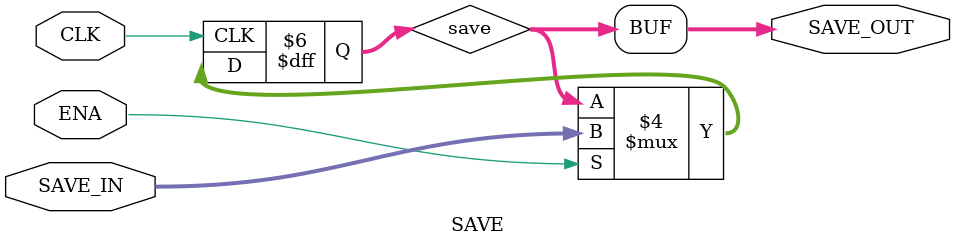
<source format=v>
`timescale 1ns / 1ps
module SAVE
(
	CLK,
    ENA,
    SAVE_IN,
    SAVE_OUT
);
    input CLK;
	input ENA;
	input [31:0]SAVE_IN;
	output [31:0]SAVE_OUT;

	reg [31:0]save = 32'b0;
	always @(negedge CLK) begin
		if(ENA) begin
			save <= SAVE_IN;
		end else begin
			save <= save;
		end
	end

	assign SAVE_OUT = save;
endmodule
</source>
